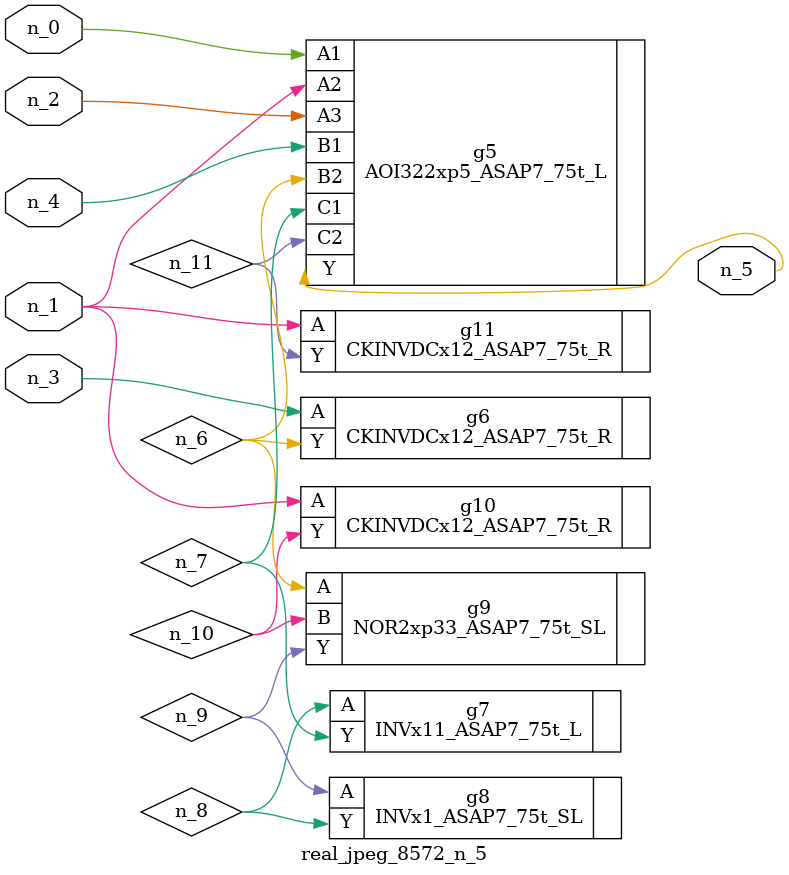
<source format=v>
module real_jpeg_8572_n_5 (n_4, n_0, n_1, n_2, n_3, n_5);

input n_4;
input n_0;
input n_1;
input n_2;
input n_3;

output n_5;

wire n_8;
wire n_11;
wire n_6;
wire n_7;
wire n_10;
wire n_9;

AOI322xp5_ASAP7_75t_L g5 ( 
.A1(n_0),
.A2(n_1),
.A3(n_2),
.B1(n_4),
.B2(n_6),
.C1(n_7),
.C2(n_11),
.Y(n_5)
);

CKINVDCx12_ASAP7_75t_R g10 ( 
.A(n_1),
.Y(n_10)
);

CKINVDCx12_ASAP7_75t_R g11 ( 
.A(n_1),
.Y(n_11)
);

CKINVDCx12_ASAP7_75t_R g6 ( 
.A(n_3),
.Y(n_6)
);

NOR2xp33_ASAP7_75t_SL g9 ( 
.A(n_6),
.B(n_10),
.Y(n_9)
);

INVx11_ASAP7_75t_L g7 ( 
.A(n_8),
.Y(n_7)
);

INVx1_ASAP7_75t_SL g8 ( 
.A(n_9),
.Y(n_8)
);


endmodule
</source>
